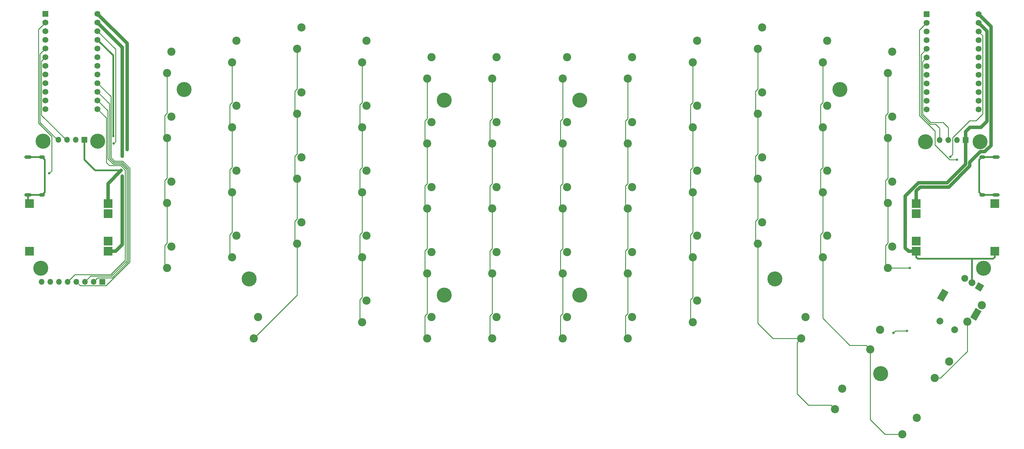
<source format=gbr>
G04 #@! TF.GenerationSoftware,KiCad,Pcbnew,(5.1.6)-1*
G04 #@! TF.CreationDate,2020-10-06T00:54:28+08:00*
G04 #@! TF.ProjectId,Galia,47616c69-612e-46b6-9963-61645f706362,rev?*
G04 #@! TF.SameCoordinates,Original*
G04 #@! TF.FileFunction,Copper,L1,Top*
G04 #@! TF.FilePolarity,Positive*
%FSLAX46Y46*%
G04 Gerber Fmt 4.6, Leading zero omitted, Abs format (unit mm)*
G04 Created by KiCad (PCBNEW (5.1.6)-1) date 2020-10-06 00:54:28*
%MOMM*%
%LPD*%
G01*
G04 APERTURE LIST*
G04 #@! TA.AperFunction,ComponentPad*
%ADD10C,4.400000*%
G04 #@! TD*
G04 #@! TA.AperFunction,ComponentPad*
%ADD11R,2.500000X2.500000*%
G04 #@! TD*
G04 #@! TA.AperFunction,ComponentPad*
%ADD12C,2.400000*%
G04 #@! TD*
G04 #@! TA.AperFunction,ComponentPad*
%ADD13C,2.000000*%
G04 #@! TD*
G04 #@! TA.AperFunction,ComponentPad*
%ADD14C,0.100000*%
G04 #@! TD*
G04 #@! TA.AperFunction,ComponentPad*
%ADD15O,2.200000X1.000000*%
G04 #@! TD*
G04 #@! TA.AperFunction,ComponentPad*
%ADD16O,1.800000X1.000000*%
G04 #@! TD*
G04 #@! TA.AperFunction,ComponentPad*
%ADD17O,1.700000X1.700000*%
G04 #@! TD*
G04 #@! TA.AperFunction,ComponentPad*
%ADD18R,1.700000X1.700000*%
G04 #@! TD*
G04 #@! TA.AperFunction,ComponentPad*
%ADD19C,1.752600*%
G04 #@! TD*
G04 #@! TA.AperFunction,ComponentPad*
%ADD20R,1.752600X1.752600*%
G04 #@! TD*
G04 #@! TA.AperFunction,ViaPad*
%ADD21C,0.700000*%
G04 #@! TD*
G04 #@! TA.AperFunction,Conductor*
%ADD22C,0.250000*%
G04 #@! TD*
G04 #@! TA.AperFunction,Conductor*
%ADD23C,1.000000*%
G04 #@! TD*
G04 #@! TA.AperFunction,Conductor*
%ADD24C,0.500000*%
G04 #@! TD*
G04 APERTURE END LIST*
D10*
X73081297Y-72328799D03*
X57081297Y-72328799D03*
X331532500Y-72487549D03*
X315532500Y-72487549D03*
D11*
X312856250Y-101581250D03*
X312856250Y-93581250D03*
X312856250Y-104581250D03*
X312856250Y-90581250D03*
X335856250Y-104581250D03*
X335856250Y-90581250D03*
X76081548Y-93581198D03*
X76081548Y-101581198D03*
X76081548Y-90581198D03*
X76081548Y-104581198D03*
X53081548Y-90581198D03*
X53081548Y-104581198D03*
D10*
X56356248Y-109537500D03*
X332581250Y-109537500D03*
X302418750Y-140493750D03*
X271462500Y-112712500D03*
X290512500Y-57150000D03*
X214312500Y-117475000D03*
X214312500Y-60325000D03*
X117475000Y-112712500D03*
X98425000Y-57150000D03*
X174625000Y-117475000D03*
X174625000Y-60325000D03*
D12*
X305787500Y-103212500D03*
X304537500Y-109512500D03*
D13*
X324146314Y-127576887D03*
G04 #@! TA.AperFunction,ComponentPad*
D14*
G36*
X331030289Y-113653493D02*
G01*
X332762339Y-114653493D01*
X331762339Y-116385543D01*
X330030289Y-115385543D01*
X331030289Y-113653493D01*
G37*
G04 #@! TD.AperFunction*
D13*
X329231250Y-113769518D03*
X327066186Y-112519518D03*
X319816186Y-125076887D03*
G04 #@! TA.AperFunction,ComponentPad*
D14*
G36*
X330264967Y-121179068D02*
G01*
X331997017Y-122179068D01*
X330397017Y-124950350D01*
X328664967Y-123950350D01*
X330264967Y-121179068D01*
G37*
G04 #@! TD.AperFunction*
G04 #@! TA.AperFunction,ComponentPad*
G36*
X320565483Y-115579068D02*
G01*
X322297533Y-116579068D01*
X320697533Y-119350350D01*
X318965483Y-118350350D01*
X320565483Y-115579068D01*
G37*
G04 #@! TD.AperFunction*
D12*
X248637500Y-42887501D03*
X247387500Y-49187501D03*
X248637501Y-119087500D03*
X247387501Y-125387500D03*
X322510896Y-136909518D03*
X318278364Y-141740478D03*
X327803364Y-125242689D03*
X332035896Y-120411729D03*
X312985895Y-153403272D03*
X308753363Y-158234232D03*
X291136965Y-144833723D03*
X289075344Y-150916668D03*
X286737500Y-100037499D03*
X285487500Y-106337499D03*
X302232740Y-127594796D03*
X299394773Y-133356605D03*
X305787498Y-84162500D03*
X304537498Y-90462500D03*
X305787500Y-65112501D03*
X304537500Y-71412501D03*
X286737500Y-80987499D03*
X285487500Y-87287499D03*
X189900000Y-123850000D03*
X188650000Y-130150000D03*
X210537500Y-47650000D03*
X209287500Y-53950000D03*
X170850000Y-104800000D03*
X169600000Y-111100000D03*
X189900000Y-104800000D03*
X188650000Y-111100000D03*
X189900000Y-85750000D03*
X188650000Y-92050000D03*
X189900000Y-66700000D03*
X188650000Y-73000000D03*
X189900000Y-47650000D03*
X188650000Y-53950000D03*
X170850000Y-123850000D03*
X169600000Y-130150000D03*
X170850000Y-85750000D03*
X169600000Y-92050000D03*
X170850000Y-66700000D03*
X169600000Y-73000000D03*
X170850000Y-47650000D03*
X169600000Y-53950000D03*
X151800000Y-119087500D03*
X150550000Y-125387500D03*
X151800000Y-100037500D03*
X150550000Y-106337500D03*
X151800000Y-80987500D03*
X150550000Y-87287500D03*
X151800000Y-61937500D03*
X150550000Y-68237500D03*
X151800000Y-42887500D03*
X150550000Y-49187500D03*
X120050000Y-123850000D03*
X118800000Y-130150000D03*
X132750000Y-96068750D03*
X131500000Y-102368750D03*
X132750000Y-77018750D03*
X131500000Y-83318750D03*
X132750000Y-57968750D03*
X131500000Y-64268750D03*
X132750000Y-38918750D03*
X131500000Y-45218750D03*
X113700000Y-100037500D03*
X112450000Y-106337500D03*
X113700000Y-80987500D03*
X112450000Y-87287500D03*
X113700000Y-61937500D03*
X112450000Y-68237500D03*
X113700000Y-42887500D03*
X112450000Y-49187500D03*
X94650000Y-103212500D03*
X93400000Y-109512500D03*
X94650000Y-84162500D03*
X93400000Y-90462500D03*
X94650000Y-65112500D03*
X93400000Y-71412500D03*
X94650000Y-46062500D03*
X93400000Y-52362500D03*
X305787501Y-46062500D03*
X304537501Y-52362500D03*
X286737499Y-61937500D03*
X285487499Y-68237500D03*
X286737499Y-42887500D03*
X285487499Y-49187500D03*
X280387500Y-123850000D03*
X279137500Y-130150000D03*
X267687501Y-96068750D03*
X266437501Y-102368750D03*
X267687501Y-77018749D03*
X266437501Y-83318749D03*
X267687500Y-57968751D03*
X266437500Y-64268751D03*
X267687501Y-38918750D03*
X266437501Y-45218750D03*
X248637500Y-100037499D03*
X247387500Y-106337499D03*
X248637500Y-80987499D03*
X247387500Y-87287499D03*
X248637500Y-61937501D03*
X247387500Y-68237501D03*
X229587499Y-123850002D03*
X228337499Y-130150002D03*
X229587499Y-104800000D03*
X228337499Y-111100000D03*
X229587501Y-85750000D03*
X228337501Y-92050000D03*
X229587499Y-66700000D03*
X228337499Y-73000000D03*
X229587500Y-47649999D03*
X228337500Y-53949999D03*
X210537501Y-123849999D03*
X209287501Y-130149999D03*
X210537501Y-104800000D03*
X209287501Y-111100000D03*
X210537501Y-85750000D03*
X209287501Y-92050000D03*
X210537500Y-66700001D03*
X209287500Y-73000001D03*
D15*
X336237500Y-76931250D03*
X336237500Y-88081250D03*
D16*
X332237500Y-76931250D03*
X332237500Y-88081250D03*
D15*
X52700000Y-88081250D03*
X52700000Y-76931250D03*
D16*
X56700000Y-88081250D03*
X56700000Y-76931250D03*
D17*
X61595000Y-71913750D03*
X64135000Y-71913750D03*
X66675000Y-71913750D03*
D18*
X69215000Y-71913750D03*
X327342500Y-71987549D03*
D17*
X324802500Y-71987549D03*
X322262500Y-71987549D03*
X319722500Y-71987549D03*
D19*
X73025000Y-34942500D03*
X57785000Y-62882500D03*
X73025000Y-37482500D03*
X73025000Y-40022500D03*
X73025000Y-42562500D03*
X73025000Y-45102500D03*
X73025000Y-47642500D03*
X73025000Y-50182500D03*
X73025000Y-52722500D03*
X73025000Y-55262500D03*
X73025000Y-57802500D03*
X73025000Y-60342500D03*
X73025000Y-62882500D03*
X57785000Y-60342500D03*
X57785000Y-57802500D03*
X57785000Y-55262500D03*
X57785000Y-52722500D03*
X57785000Y-50182500D03*
X57785000Y-47642500D03*
X57785000Y-45102500D03*
X57785000Y-42562500D03*
X57785000Y-40022500D03*
X57785000Y-37482500D03*
D20*
X57785000Y-34942500D03*
D19*
X331152500Y-35101250D03*
X315912500Y-63041250D03*
X331152500Y-37641250D03*
X331152500Y-40181250D03*
X331152500Y-42721250D03*
X331152500Y-45261250D03*
X331152500Y-47801250D03*
X331152500Y-50341250D03*
X331152500Y-52881250D03*
X331152500Y-55421250D03*
X331152500Y-57961250D03*
X331152500Y-60501250D03*
X331152500Y-63041250D03*
X315912500Y-60501250D03*
X315912500Y-57961250D03*
X315912500Y-55421250D03*
X315912500Y-52881250D03*
X315912500Y-50341250D03*
X315912500Y-47801250D03*
X315912500Y-45261250D03*
X315912500Y-42721250D03*
X315912500Y-40181250D03*
X315912500Y-37641250D03*
D20*
X315912500Y-35101250D03*
D18*
X74453750Y-113506250D03*
D17*
X71913750Y-113506250D03*
X69373750Y-113506250D03*
X66833750Y-113506250D03*
X64293750Y-113506250D03*
X61753750Y-113506250D03*
X59213750Y-113506250D03*
X56673750Y-113506250D03*
D21*
X310181250Y-127914709D03*
X306143818Y-128527277D03*
X77631328Y-70750000D03*
X79950000Y-80850000D03*
X80300000Y-76750000D03*
X322800000Y-76918750D03*
X77750000Y-73000000D03*
X310956280Y-109500000D03*
X324800000Y-77700000D03*
X58850000Y-81750000D03*
X81700000Y-74750000D03*
X80250000Y-82600000D03*
D22*
X306756386Y-127914709D02*
X306143818Y-128527277D01*
X310181250Y-127914709D02*
X306756386Y-127914709D01*
D23*
X327342500Y-69532500D02*
X327342500Y-71987549D01*
X331787500Y-68262500D02*
X328612500Y-68262500D01*
X328612500Y-68262500D02*
X327342500Y-69532500D01*
X333555625Y-66494375D02*
X331787500Y-68262500D01*
X333555625Y-40044375D02*
X333555625Y-66494375D01*
X331152500Y-37641250D02*
X333555625Y-40044375D01*
D24*
X332135381Y-88081250D02*
X336237500Y-88081250D01*
X331337490Y-77725139D02*
X331337490Y-87283359D01*
X331337490Y-87283359D02*
X332135381Y-88081250D01*
X332131379Y-76931250D02*
X331337490Y-77725139D01*
X336237500Y-76931250D02*
X332131379Y-76931250D01*
X312856250Y-106331250D02*
X312856250Y-104581250D01*
X335856250Y-106331250D02*
X335406240Y-106781260D01*
X313306260Y-106781260D02*
X312856250Y-106331250D01*
X335856250Y-104581250D02*
X335856250Y-106331250D01*
X329231250Y-113769518D02*
X329231250Y-106781270D01*
X329231250Y-106781270D02*
X329231260Y-106781260D01*
X335406240Y-106781260D02*
X329231260Y-106781260D01*
X329231260Y-106781260D02*
X313306260Y-106781260D01*
D23*
X310606250Y-104581250D02*
X309650000Y-103625000D01*
X312856250Y-104581250D02*
X310606250Y-104581250D01*
X309650000Y-88402930D02*
X313509189Y-84543741D01*
X309650000Y-103625000D02*
X309650000Y-88402930D01*
X321905439Y-84543741D02*
X327342500Y-79106680D01*
X313509189Y-84543741D02*
X321905439Y-84543741D01*
X327342500Y-71987549D02*
X327342500Y-79106680D01*
D24*
X77631328Y-47168828D02*
X73025000Y-42562500D01*
X77631328Y-70750000D02*
X77631328Y-47168828D01*
X59213750Y-113506250D02*
X59506250Y-113506250D01*
X57600008Y-77725070D02*
X57600008Y-87283288D01*
X52700000Y-76931250D02*
X56806188Y-76931250D01*
X57600008Y-87283288D02*
X56802046Y-88081250D01*
X56806188Y-76931250D02*
X57600008Y-77725070D01*
X56802046Y-88081250D02*
X52700000Y-88081250D01*
X52700000Y-90199650D02*
X53081548Y-90581198D01*
X52700000Y-88081250D02*
X52700000Y-90199650D01*
D23*
X80300000Y-44757500D02*
X73025000Y-37482500D01*
X80300000Y-76750000D02*
X80300000Y-44757500D01*
X76081548Y-84718452D02*
X79950000Y-80850000D01*
X76081548Y-90581198D02*
X76081548Y-84718452D01*
D24*
X69215000Y-71913750D02*
X69215000Y-77715000D01*
X72350000Y-80850000D02*
X79950000Y-80850000D01*
X69215000Y-77715000D02*
X72350000Y-80850000D01*
D22*
X319722500Y-68507787D02*
X319722500Y-71987549D01*
X314261189Y-46912561D02*
X314261190Y-64622649D01*
X315912500Y-45261250D02*
X314261189Y-46912561D01*
X314261190Y-64622649D02*
X316924969Y-67286428D01*
X316924969Y-67286428D02*
X318501141Y-67286428D01*
X318501141Y-67286428D02*
X319722500Y-68507787D01*
X314711199Y-49002551D02*
X314711199Y-64436248D01*
X315912500Y-47801250D02*
X314711199Y-49002551D01*
X322262500Y-71987549D02*
X322262500Y-68347787D01*
X320751131Y-66836418D02*
X317111369Y-66836418D01*
X322262500Y-68347787D02*
X320751131Y-66836418D01*
X314711199Y-64436248D02*
X317111369Y-66836418D01*
X75606298Y-65463798D02*
X73025000Y-62882500D01*
X76516630Y-79466630D02*
X75606299Y-78556299D01*
X66368771Y-111431229D02*
X76904543Y-111431229D01*
X75606299Y-78556299D02*
X75606298Y-65463798D01*
X64293750Y-113506250D02*
X66368771Y-111431229D01*
X79833370Y-79466630D02*
X76516630Y-79466630D01*
X81149970Y-107185802D02*
X81149970Y-80783230D01*
X76904543Y-111431229D02*
X81149970Y-107185802D01*
X81149970Y-80783230D02*
X79833370Y-79466630D01*
X80392570Y-78116600D02*
X77989420Y-78116600D01*
X77989420Y-78116600D02*
X76956328Y-77083508D01*
X82499998Y-80799998D02*
X82499997Y-80224027D01*
X76956328Y-77083508D02*
X76956328Y-59193828D01*
X82499997Y-80224027D02*
X80392570Y-78116600D01*
X66833750Y-113506250D02*
X68008751Y-114681251D01*
X75563751Y-114681251D02*
X82500000Y-107745002D01*
X82500000Y-107745002D02*
X82500000Y-80800000D01*
X76956328Y-59193828D02*
X73025000Y-55262500D01*
X68008751Y-114681251D02*
X75563751Y-114681251D01*
X82500000Y-80800000D02*
X82499998Y-80799998D01*
X76056308Y-63373808D02*
X73025000Y-60342500D01*
X76056307Y-77456307D02*
X76056308Y-63373808D01*
X77616620Y-79016620D02*
X76056307Y-77456307D01*
X80019770Y-79016620D02*
X77616620Y-79016620D01*
X70998761Y-111881239D02*
X77090943Y-111881239D01*
X81599980Y-107372202D02*
X81599979Y-80596829D01*
X81599979Y-80596829D02*
X80019770Y-79016620D01*
X69373750Y-113506250D02*
X70998761Y-111881239D01*
X77090943Y-111881239D02*
X81599980Y-107372202D01*
X73088751Y-112331249D02*
X71913750Y-113506250D01*
X77277343Y-112331249D02*
X73088751Y-112331249D01*
X82049990Y-107558602D02*
X77277343Y-112331249D01*
X82049990Y-80999990D02*
X82049990Y-107558602D01*
X82049988Y-80410428D02*
X82049988Y-80999988D01*
X73025000Y-57802500D02*
X76506318Y-61283818D01*
X82049988Y-80999988D02*
X82049990Y-80999990D01*
X76506318Y-77269908D02*
X77803020Y-78566610D01*
X77803020Y-78566610D02*
X80206170Y-78566610D01*
X76506318Y-61283818D02*
X76506318Y-77269908D01*
X80206170Y-78566610D02*
X82049988Y-80410428D01*
X332353801Y-41382551D02*
X332353801Y-64392892D01*
X331152500Y-40181250D02*
X332353801Y-41382551D01*
X332353801Y-64392892D02*
X330416834Y-66329859D01*
X330416834Y-66329859D02*
X328531190Y-66329859D01*
X328531190Y-66329859D02*
X323555524Y-71305524D01*
X322800000Y-76918750D02*
X323555524Y-76163226D01*
X323555524Y-71305524D02*
X323555524Y-76163226D01*
X78306329Y-45303829D02*
X73025000Y-40022500D01*
X78306329Y-72443671D02*
X77750000Y-73000000D01*
X78306329Y-68693671D02*
X78306329Y-72443671D01*
X78306329Y-68693671D02*
X78306329Y-45303829D01*
X208592499Y-72305000D02*
X209287500Y-73000001D01*
X209287500Y-65692999D02*
X208592499Y-66388000D01*
X208592499Y-66388000D02*
X208592499Y-72305000D01*
X209287500Y-53950000D02*
X209287500Y-65692999D01*
X208592500Y-91354999D02*
X209287501Y-92050000D01*
X208592500Y-85437999D02*
X208592500Y-91354999D01*
X209287500Y-84742999D02*
X208592500Y-85437999D01*
X209287500Y-73000001D02*
X209287500Y-84742999D01*
X208592500Y-110404999D02*
X209287501Y-111100000D01*
X208592500Y-104487999D02*
X208592500Y-110404999D01*
X209287501Y-103792998D02*
X208592500Y-104487999D01*
X209287501Y-92050000D02*
X209287501Y-103792998D01*
X208592500Y-129454998D02*
X209287501Y-130149999D01*
X209287501Y-111100000D02*
X209287501Y-122842997D01*
X209287501Y-122842997D02*
X208592500Y-123537998D01*
X208592500Y-123537998D02*
X208592500Y-129454998D01*
X227642500Y-66387998D02*
X227642500Y-72304998D01*
X228337501Y-65692997D02*
X227642500Y-66387998D01*
X227642500Y-72304998D02*
X228337501Y-72999999D01*
X228337501Y-53950000D02*
X228337501Y-65692997D01*
X227642501Y-85437998D02*
X227642501Y-91354998D01*
X228337502Y-84742997D02*
X227642501Y-85437998D01*
X227642501Y-91354998D02*
X228337502Y-92049999D01*
X228337502Y-73000000D02*
X228337502Y-84742997D01*
X227642499Y-104487998D02*
X227642499Y-110404998D01*
X228337500Y-103792997D02*
X227642499Y-104487998D01*
X227642499Y-110404998D02*
X228337500Y-111099999D01*
X228337500Y-92050000D02*
X228337500Y-103792997D01*
X227642499Y-123538000D02*
X227642499Y-129455000D01*
X228337500Y-122842999D02*
X227642499Y-123538000D01*
X227642499Y-129455000D02*
X228337500Y-130150001D01*
X228337500Y-111100002D02*
X228337500Y-122842999D01*
X246692501Y-118775498D02*
X246692501Y-124692498D01*
X247387502Y-118080497D02*
X246692501Y-118775498D01*
X246692501Y-124692498D02*
X247387502Y-125387499D01*
X247387502Y-106337500D02*
X247387502Y-118080497D01*
X246692500Y-99725497D02*
X246692500Y-105642497D01*
X247387501Y-99030496D02*
X246692500Y-99725497D01*
X246692500Y-105642497D02*
X247387501Y-106337498D01*
X247387501Y-87287499D02*
X247387501Y-99030496D01*
X246692500Y-80675497D02*
X246692500Y-86592497D01*
X247387501Y-79980496D02*
X246692500Y-80675497D01*
X246692500Y-86592497D02*
X247387501Y-87287498D01*
X247387501Y-68237499D02*
X247387501Y-79980496D01*
X246692500Y-61625499D02*
X246692500Y-67542499D01*
X247387501Y-60930498D02*
X246692500Y-61625499D01*
X246692500Y-67542499D02*
X247387501Y-68237500D01*
X247387501Y-49187501D02*
X247387501Y-60930498D01*
X265742500Y-57656749D02*
X265742500Y-63573749D01*
X266437501Y-56961748D02*
X265742500Y-57656749D01*
X265742500Y-63573749D02*
X266437501Y-64268750D01*
X266437501Y-45218751D02*
X266437501Y-56961748D01*
X265742501Y-76706747D02*
X265742501Y-82623747D01*
X266437502Y-76011746D02*
X265742501Y-76706747D01*
X265742501Y-82623747D02*
X266437502Y-83318748D01*
X266437502Y-64268749D02*
X266437502Y-76011746D01*
X265742501Y-95756748D02*
X265742501Y-101673748D01*
X266437502Y-95061747D02*
X265742501Y-95756748D01*
X265742501Y-101673748D02*
X266437502Y-102368749D01*
X266437502Y-83318750D02*
X266437502Y-95061747D01*
X270820498Y-130150000D02*
X266437501Y-125767003D01*
X279137500Y-130150000D02*
X270820498Y-130150000D01*
X277937501Y-131349999D02*
X279137500Y-130150000D01*
X281274951Y-149716669D02*
X277937501Y-146379219D01*
X277937501Y-146379219D02*
X277937501Y-131349999D01*
X287875345Y-149716669D02*
X281274951Y-149716669D01*
X289075344Y-150916668D02*
X287875345Y-149716669D01*
X266437501Y-125767003D02*
X266437501Y-102368750D01*
X284792500Y-99725497D02*
X284792500Y-105642497D01*
X285487501Y-99030496D02*
X284792500Y-99725497D01*
X284792500Y-105642497D02*
X285487501Y-106337498D01*
X285487501Y-87287499D02*
X285487501Y-99030496D01*
X284792500Y-80675497D02*
X284792500Y-86592497D01*
X285487501Y-79980496D02*
X284792500Y-80675497D01*
X284792500Y-86592497D02*
X285487501Y-87287498D01*
X285487501Y-68237499D02*
X285487501Y-79980496D01*
X284792499Y-61625498D02*
X284792499Y-67542498D01*
X285487500Y-60930497D02*
X284792499Y-61625498D01*
X284792499Y-67542498D02*
X285487500Y-68237499D01*
X285487500Y-49187500D02*
X285487500Y-60930497D01*
X298194774Y-132156606D02*
X293391636Y-132156606D01*
X293391636Y-132156606D02*
X285487500Y-124252470D01*
X299394773Y-133356605D02*
X298194774Y-132156606D01*
X285487500Y-124252470D02*
X285487500Y-106337499D01*
X308753363Y-158234232D02*
X303671113Y-158234232D01*
X303671113Y-158234232D02*
X299394773Y-153957892D01*
X299394773Y-153957892D02*
X299394773Y-133356605D01*
X303842500Y-64800499D02*
X303842500Y-70717499D01*
X304537501Y-64105498D02*
X303842500Y-64800499D01*
X303842500Y-70717499D02*
X304537501Y-71412500D01*
X304537501Y-52362501D02*
X304537501Y-64105498D01*
X303842498Y-83850498D02*
X303842498Y-89767498D01*
X304537499Y-83155497D02*
X303842498Y-83850498D01*
X303842498Y-89767498D02*
X304537499Y-90462499D01*
X304537499Y-71412500D02*
X304537499Y-83155497D01*
X303842500Y-102900498D02*
X303842500Y-108817498D01*
X304537501Y-102205497D02*
X303842500Y-102900498D01*
X303842500Y-108817498D02*
X304537501Y-109512499D01*
X304537501Y-90462500D02*
X304537501Y-102205497D01*
X304550000Y-109500000D02*
X304537500Y-109512500D01*
X310956280Y-109500000D02*
X304550000Y-109500000D01*
X319975420Y-141740478D02*
X327803364Y-133912534D01*
X318278364Y-141740478D02*
X319975420Y-141740478D01*
X327803364Y-133912534D02*
X327803364Y-125242689D01*
X92705000Y-102900498D02*
X92705000Y-108817498D01*
X93400001Y-102205497D02*
X92705000Y-102900498D01*
X92705000Y-108817498D02*
X93400001Y-109512499D01*
X93400001Y-90462500D02*
X93400001Y-102205497D01*
X92705000Y-83850498D02*
X92705000Y-89767498D01*
X93400001Y-83155497D02*
X92705000Y-83850498D01*
X92705000Y-89767498D02*
X93400001Y-90462499D01*
X93400001Y-71412500D02*
X93400001Y-83155497D01*
X92705000Y-64800498D02*
X92705000Y-70717498D01*
X93400001Y-64105497D02*
X92705000Y-64800498D01*
X92705000Y-70717498D02*
X93400001Y-71412499D01*
X93400001Y-52362500D02*
X93400001Y-64105497D01*
X111755000Y-61625498D02*
X111755000Y-67542498D01*
X112450001Y-60930497D02*
X111755000Y-61625498D01*
X111755000Y-67542498D02*
X112450001Y-68237499D01*
X112450001Y-49187500D02*
X112450001Y-60930497D01*
X111755000Y-80675498D02*
X111755000Y-86592498D01*
X112450001Y-79980497D02*
X111755000Y-80675498D01*
X111755000Y-86592498D02*
X112450001Y-87287499D01*
X112450001Y-68237500D02*
X112450001Y-79980497D01*
X111755000Y-99725498D02*
X111755000Y-105642498D01*
X112450001Y-99030497D02*
X111755000Y-99725498D01*
X111755000Y-105642498D02*
X112450001Y-106337499D01*
X112450001Y-87287500D02*
X112450001Y-99030497D01*
X130805000Y-95756748D02*
X130805000Y-101673748D01*
X131500001Y-95061747D02*
X130805000Y-95756748D01*
X130805000Y-101673748D02*
X131500001Y-102368749D01*
X131500001Y-83318750D02*
X131500001Y-95061747D01*
X130805000Y-76706748D02*
X130805000Y-82623748D01*
X131500001Y-76011747D02*
X130805000Y-76706748D01*
X130805000Y-82623748D02*
X131500001Y-83318749D01*
X131500001Y-64268750D02*
X131500001Y-76011747D01*
X130805000Y-57656748D02*
X130805000Y-63573748D01*
X131500001Y-56961747D02*
X130805000Y-57656748D01*
X130805000Y-63573748D02*
X131500001Y-64268749D01*
X131500001Y-45218750D02*
X131500001Y-56961747D01*
X131500000Y-117450000D02*
X118800000Y-130150000D01*
X131500000Y-102368750D02*
X131500000Y-117450000D01*
X149855000Y-61625498D02*
X149855000Y-67542498D01*
X150550001Y-60930497D02*
X149855000Y-61625498D01*
X149855000Y-67542498D02*
X150550001Y-68237499D01*
X150550001Y-49187500D02*
X150550001Y-60930497D01*
X149855000Y-80675498D02*
X149855000Y-86592498D01*
X150550001Y-79980497D02*
X149855000Y-80675498D01*
X149855000Y-86592498D02*
X150550001Y-87287499D01*
X150550001Y-68237500D02*
X150550001Y-79980497D01*
X149855000Y-99725498D02*
X149855000Y-105642498D01*
X150550001Y-99030497D02*
X149855000Y-99725498D01*
X149855000Y-105642498D02*
X150550001Y-106337499D01*
X150550001Y-87287500D02*
X150550001Y-99030497D01*
X149855000Y-118775498D02*
X149855000Y-124692498D01*
X150550001Y-118080497D02*
X149855000Y-118775498D01*
X149855000Y-124692498D02*
X150550001Y-125387499D01*
X150550001Y-106337500D02*
X150550001Y-118080497D01*
X168905000Y-123537998D02*
X168905000Y-129454998D01*
X169600001Y-122842997D02*
X168905000Y-123537998D01*
X168905000Y-129454998D02*
X169600001Y-130149999D01*
X169600001Y-111100000D02*
X169600001Y-122842997D01*
X168905000Y-104487998D02*
X168905000Y-110404998D01*
X169600001Y-103792997D02*
X168905000Y-104487998D01*
X168905000Y-110404998D02*
X169600001Y-111099999D01*
X169600001Y-92050000D02*
X169600001Y-103792997D01*
X168905000Y-85437998D02*
X168905000Y-91354998D01*
X169600001Y-84742997D02*
X168905000Y-85437998D01*
X168905000Y-91354998D02*
X169600001Y-92049999D01*
X169600001Y-73000000D02*
X169600001Y-84742997D01*
X168905000Y-66387998D02*
X168905000Y-72304998D01*
X169600001Y-65692997D02*
X168905000Y-66387998D01*
X168905000Y-72304998D02*
X169600001Y-72999999D01*
X169600001Y-53950000D02*
X169600001Y-65692997D01*
X187955000Y-66387998D02*
X187955000Y-72304998D01*
X188650001Y-65692997D02*
X187955000Y-66387998D01*
X187955000Y-72304998D02*
X188650001Y-72999999D01*
X188650001Y-53950000D02*
X188650001Y-65692997D01*
X187955000Y-85437998D02*
X187955000Y-91354998D01*
X188650001Y-84742997D02*
X187955000Y-85437998D01*
X187955000Y-91354998D02*
X188650001Y-92049999D01*
X188650001Y-73000000D02*
X188650001Y-84742997D01*
X187955000Y-104487998D02*
X187955000Y-110404998D01*
X188650001Y-103792997D02*
X187955000Y-104487998D01*
X187955000Y-110404998D02*
X188650001Y-111099999D01*
X188650001Y-92050000D02*
X188650001Y-103792997D01*
X187955000Y-123537998D02*
X187955000Y-129454998D01*
X188650001Y-122842997D02*
X187955000Y-123537998D01*
X187955000Y-129454998D02*
X188650001Y-130149999D01*
X188650001Y-111100000D02*
X188650001Y-122842997D01*
X56133690Y-66769940D02*
X61277500Y-71913750D01*
X56133690Y-46753810D02*
X56133690Y-66769940D01*
X57785000Y-45102500D02*
X56133690Y-46753810D01*
X56583699Y-48843801D02*
X57785000Y-47642500D01*
X56583699Y-64679949D02*
X56583699Y-48843801D01*
X63817500Y-71913750D02*
X56583699Y-64679949D01*
X313811181Y-39742569D02*
X315912500Y-37641250D01*
X318314741Y-69312608D02*
X313811181Y-64809048D01*
X313811181Y-64809048D02*
X313811181Y-39742569D01*
X318314741Y-73432493D02*
X318314741Y-69312608D01*
X322475999Y-77593751D02*
X318314741Y-73432493D01*
X322582248Y-77700000D02*
X322475999Y-77593751D01*
X324800000Y-77700000D02*
X322582248Y-77700000D01*
X55683680Y-39583820D02*
X55683681Y-66956341D01*
X57785000Y-37482500D02*
X55683680Y-39583820D01*
X59606298Y-80993702D02*
X58850000Y-81750000D01*
X55683681Y-66956341D02*
X59606298Y-70878958D01*
X59606298Y-70878958D02*
X59606298Y-80993702D01*
D23*
X334755635Y-38704385D02*
X331152500Y-35101250D01*
X332924501Y-75387550D02*
X334755635Y-73556416D01*
X328542510Y-78529170D02*
X331684130Y-75387550D01*
X312856250Y-86893750D02*
X314006249Y-85743751D01*
X331684130Y-75387550D02*
X332924501Y-75387550D01*
X312856250Y-90581250D02*
X312856250Y-86893750D01*
X314006249Y-85743751D02*
X322402500Y-85743750D01*
X328542510Y-79603740D02*
X328542510Y-78529170D01*
X334755635Y-73556416D02*
X334755635Y-38704385D01*
X322402500Y-85743750D02*
X328542510Y-79603740D01*
X73025000Y-34942500D02*
X81700000Y-43617500D01*
X81700000Y-43617500D02*
X81700000Y-74750000D01*
X78331548Y-104581198D02*
X76081548Y-104581198D01*
X80250000Y-82600000D02*
X80250000Y-102662746D01*
X80250000Y-102662746D02*
X78331548Y-104581198D01*
M02*

</source>
